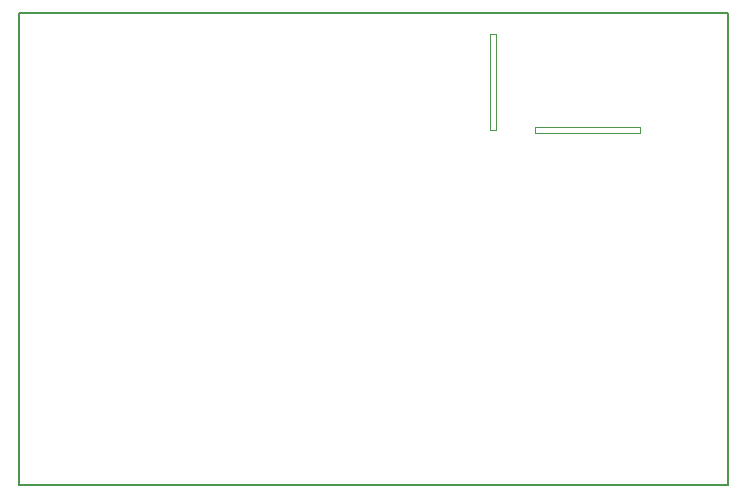
<source format=gm1>
%TF.GenerationSoftware,KiCad,Pcbnew,(6.0.4)*%
%TF.CreationDate,2022-04-13T23:09:14+02:00*%
%TF.ProjectId,TICtoUART,54494374-6f55-4415-9254-2e6b69636164,rev?*%
%TF.SameCoordinates,Original*%
%TF.FileFunction,Profile,NP*%
%FSLAX46Y46*%
G04 Gerber Fmt 4.6, Leading zero omitted, Abs format (unit mm)*
G04 Created by KiCad (PCBNEW (6.0.4)) date 2022-04-13 23:09:14*
%MOMM*%
%LPD*%
G01*
G04 APERTURE LIST*
%TA.AperFunction,Profile*%
%ADD10C,0.100000*%
%TD*%
%TA.AperFunction,Profile*%
%ADD11C,0.200000*%
%TD*%
G04 APERTURE END LIST*
D10*
X203708000Y-89662000D02*
X212598000Y-89662000D01*
X212598000Y-89662000D02*
X212598000Y-90170000D01*
X212598000Y-90170000D02*
X203708000Y-90170000D01*
X203708000Y-90170000D02*
X203708000Y-89662000D01*
X199898000Y-81788000D02*
X200406000Y-81788000D01*
X200406000Y-81788000D02*
X200406000Y-89916000D01*
X200406000Y-89916000D02*
X199898000Y-89916000D01*
X199898000Y-89916000D02*
X199898000Y-81788000D01*
D11*
X160000000Y-80000000D02*
X220000000Y-80000000D01*
X220000000Y-80000000D02*
X220000000Y-120000000D01*
X220000000Y-120000000D02*
X160000000Y-120000000D01*
X160000000Y-120000000D02*
X160000000Y-80000000D01*
M02*

</source>
